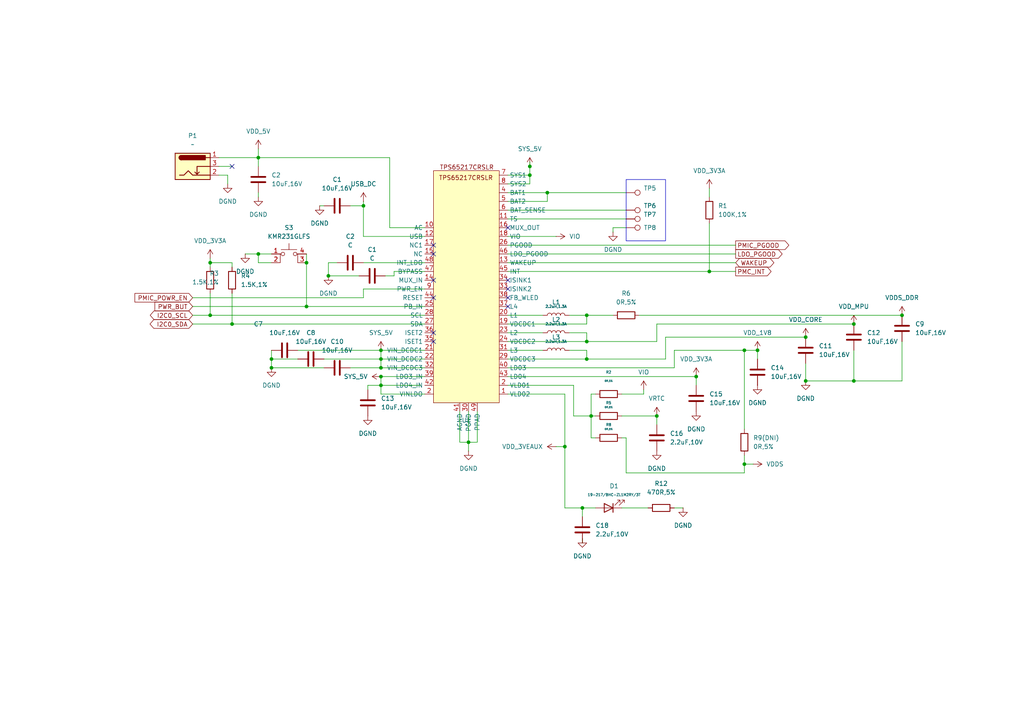
<source format=kicad_sch>
(kicad_sch (version 20231120) (generator "eeschema") (generator_version "8.0")
  (paper "A4")
  (lib_symbols
    (symbol "Connector:Barrel_Jack_Switch" (pin_names hide)
      (property "Reference" "J" (at 0 5.334 0))
      (property "Value" "Barrel_Jack_Switch" (at 0 -5.08 0))
      (symbol "Barrel_Jack_Switch_0_1"
        (rectangle (start -5.08 3.81) (end 5.08 -3.81) (stroke (width 0.254)) (fill (type background)))
        (arc (start -3.302 3.175) (mid -3.9343 2.54) (end -3.302 1.905) (stroke (width 0.254)))
        (arc (start -3.302 3.175) (mid -3.9343 2.54) (end -3.302 1.905) (stroke (width 0.254)) (fill (type outline)))
        (polyline (pts (xy 1.27 -2.286) (xy 1.905 -1.651)) (stroke (width 0.254)))
        (polyline (pts (xy 5.08 2.54) (xy 3.81 2.54)) (stroke (width 0.254)))
        (polyline (pts (xy 5.08 0) (xy 1.27 0) (xy 1.27 -2.286) (xy 0.635 -1.651)) (stroke (width 0.254)))
        (polyline (pts (xy -3.81 -2.54) (xy -2.54 -2.54) (xy -1.27 -1.27) (xy 0 -2.54) (xy 2.54 -2.54) (xy 5.08 -2.54)) (stroke (width 0.254)))
        (rectangle (start 3.683 3.175) (end -3.302 1.905) (stroke (width 0.254)) (fill (type outline)))
      )
      (symbol "Barrel_Jack_Switch_1_1"
        (pin passive line (at 7.62 2.54 180) (length 2.54) (name "~") (number "1"))
        (pin passive line (at 7.62 -2.54 180) (length 2.54) (name "~") (number "2"))
        (pin passive line (at 7.62 0 180) (length 2.54) (name "~") (number "3"))
      )
    )
    (symbol "Connector:TestPoint" (pin_numbers hide) (pin_names (offset 0.762) hide)
      (property "Reference" "TP" (at 0 6.858 0))
      (property "Value" "TestPoint" (at 0 5.08 0))
      (symbol "TestPoint_0_1"
        (circle (center 0 3.302) (radius 0.762))
      )
      (symbol "TestPoint_1_1"
        (pin passive line (at 0 0 90) (length 2.54) (name "1") (number "1"))
      )
    )
    (symbol "Device:C" (pin_numbers hide) (pin_names (offset 0.254))
      (property "Reference" "C" (at 0.635 2.54 0))
      (property "Value" "C" (at 0.635 -2.54 0))
      (symbol "C_0_1"
        (polyline (pts (xy -2.032 -0.762) (xy 2.032 -0.762)) (stroke (width 0.508)))
        (polyline (pts (xy -2.032 0.762) (xy 2.032 0.762)) (stroke (width 0.508)))
      )
      (symbol "C_1_1"
        (pin passive line (at 0 3.81 270) (length 2.794) (name "~") (number "1"))
        (pin passive line (at 0 -3.81 90) (length 2.794) (name "~") (number "2"))
      )
    )
    (symbol "Device:L" (pin_numbers hide) (pin_names (offset 1.016) hide)
      (property "Reference" "L" (at -1.27 0 90))
      (property "Value" "L" (at 1.905 0 90))
      (symbol "L_0_1"
        (arc (start 0 -2.54) (mid 0.6323 -1.905) (end 0 -1.27))
        (arc (start 0 -1.27) (mid 0.6323 -0.635) (end 0 0))
        (arc (start 0 0) (mid 0.6323 0.635) (end 0 1.27))
        (arc (start 0 1.27) (mid 0.6323 1.905) (end 0 2.54))
      )
      (symbol "L_1_1"
        (pin passive line (at 0 3.81 270) (length 1.27) (name "1") (number "1"))
        (pin passive line (at 0 -3.81 90) (length 1.27) (name "2") (number "2"))
      )
    )
    (symbol "Device:LED" (pin_numbers hide) (pin_names (offset 1.016) hide)
      (property "Reference" "D" (at 0 2.54 0))
      (property "Value" "LED" (at 0 -2.54 0))
      (symbol "LED_0_1"
        (polyline (pts (xy -1.27 -1.27) (xy -1.27 1.27)) (stroke (width 0.254)))
        (polyline (pts (xy -1.27 0) (xy 1.27 0)))
        (polyline (pts (xy 1.27 -1.27) (xy 1.27 1.27) (xy -1.27 0) (xy 1.27 -1.27)) (stroke (width 0.254)))
        (polyline (pts (xy -3.048 -0.762) (xy -4.572 -2.286) (xy -3.81 -2.286) (xy -4.572 -2.286) (xy -4.572 -1.524)))
        (polyline (pts (xy -1.778 -0.762) (xy -3.302 -2.286) (xy -2.54 -2.286) (xy -3.302 -2.286) (xy -3.302 -1.524)))
      )
      (symbol "LED_1_1"
        (pin passive line (at -3.81 0 0) (length 2.54) (name "K") (number "1"))
        (pin passive line (at 3.81 0 180) (length 2.54) (name "A") (number "2"))
      )
    )
    (symbol "Device:R" (pin_numbers hide) (pin_names (offset 0))
      (property "Reference" "R" (at 2.032 0 90))
      (property "Value" "R" (at 0 0 90))
      (symbol "R_0_1"
        (rectangle (start -1.016 -2.54) (end 1.016 2.54) (stroke (width 0.254)))
      )
      (symbol "R_1_1"
        (pin passive line (at 0 3.81 270) (length 1.27) (name "~") (number "1"))
        (pin passive line (at 0 -3.81 90) (length 1.27) (name "~") (number "2"))
      )
    )
    (symbol "Switch:SW_MEC_5E" (pin_names (offset 1.016) hide)
      (property "Reference" "SW" (at 0.635 5.715 0))
      (property "Value" "SW_MEC_5E" (at 0 -3.175 0))
      (symbol "SW_MEC_5E_0_1"
        (circle (center -1.778 2.54) (radius 0.508))
        (polyline (pts (xy -2.286 3.81) (xy 2.286 3.81)))
        (polyline (pts (xy 0 3.81) (xy 0 5.588)))
        (polyline (pts (xy -2.54 0) (xy -2.54 2.54) (xy -2.286 2.54)))
        (polyline (pts (xy 2.54 0) (xy 2.54 2.54) (xy 2.286 2.54)))
        (circle (center 1.778 2.54) (radius 0.508))
        (pin passive line (at -5.08 2.54 0) (length 2.54) (name "1") (number "1"))
        (pin passive line (at -5.08 0 0) (length 2.54) (name "2") (number "2"))
        (pin passive line (at 5.08 0 180) (length 2.54) (name "K") (number "3"))
        (pin passive line (at 5.08 2.54 180) (length 2.54) (name "A") (number "4"))
      )
    )
    (symbol "power:GND" (power) (pin_numbers hide) (pin_names (offset 0) hide)
      (property "Value" "DGND" (at 0 -5.08 0))
      (symbol "GND_0_1"
        (polyline (pts (xy 0 0) (xy 0 -1.27) (xy 1.27 -1.27) (xy 0 -2.54) (xy -1.27 -1.27) (xy 0 -1.27)))
      )
      (symbol "GND_1_1"
        (pin power_in line (at 0 0 270) (length 0) (name "~") (number "1"))
      )
    )
    (symbol "power:VCC" (power) (pin_numbers hide) (pin_names (offset 0) hide)
      (property "Value" "VCC" (at 0 3.556 0))
      (symbol "VCC_0_1"
        (polyline (pts (xy -0.762 1.27) (xy 0 2.54)))
        (polyline (pts (xy 0 0) (xy 0 2.54)))
        (polyline (pts (xy 0 2.54) (xy 0.762 1.27)))
      )
      (symbol "VCC_1_1"
        (pin power_in line (at 0 0 90) (length 0) (name "~") (number "1"))
      )
    )
    (symbol "power:VDD" (power) (pin_numbers hide) (pin_names (offset 0) hide)
      (property "Value" "VDD" (at 0 3.556 0))
      (symbol "VDD_0_1"
        (polyline (pts (xy -0.762 1.27) (xy 0 2.54)))
        (polyline (pts (xy 0 0) (xy 0 2.54)))
        (polyline (pts (xy 0 2.54) (xy 0.762 1.27)))
      )
      (symbol "VDD_1_1"
        (pin power_in line (at 0 0 90) (length 0) (name "~") (number "1"))
      )
    )
    (symbol "powermanagementchip:TPS65217CRSLR"
      (property "Reference" "U1" (at 9.525 -5.08 0))
      (property "Value" "~" (at 9.525 -6.35 0))
      (symbol "TPS65217CRSLR_1_1"
        (rectangle (start 0 67.31) (end 19.05 0) (fill (type color) (color 255 255 194 1)))
        (text "TPS65217CRSLR\n" (at 9.398 65.278 0) (effects (font (size 1.27 1.27))))
        (text "TPS65217CRSLR\n" (at 9.652 68.326 0) (effects (font (size 1.27 1.27))))
        (pin input line (at 19.05 2.54 0) (length 2.54) (name "VLD02") (number "1"))
        (pin input line (at 0 50.8 180) (length 2.54) (name "AC") (number "10"))
        (pin input line (at 19.05 53.34 0) (length 2.54) (name "TS") (number "11"))
        (pin input line (at 0 48.26 180) (length 2.54) (name "USB") (number "12"))
        (pin input line (at 19.05 40.64 0) (length 2.54) (name "WAKEUP") (number "13"))
        (pin input line (at 0 35.56 180) (length 2.54) (name "MUX_IN") (number "14"))
        (pin input line (at 0 43.18 180) (length 2.54) (name "NC") (number "15"))
        (pin input line (at 19.05 50.8 0) (length 2.54) (name "MUX_OUT") (number "16"))
        (pin input line (at 0 45.72 180) (length 2.54) (name "NC1") (number "17"))
        (pin input line (at 19.05 48.26 0) (length 2.54) (name "VIO") (number "18"))
        (pin input line (at 19.05 22.86 0) (length 2.54) (name "VDCDC1") (number "19"))
        (pin input line (at 0 2.54 180) (length 2.54) (name "VINLDO") (number "2"))
        (pin input line (at 19.05 5.08 0) (length 2.54) (name "VLD01") (number "2"))
        (pin input line (at 19.05 25.4 0) (length 2.54) (name "L1") (number "20"))
        (pin input line (at 0 15.24 180) (length 2.54) (name "VIN_DCDC1") (number "21"))
        (pin input line (at 0 12.7 180) (length 2.54) (name "VIN_DCDC2") (number "22"))
        (pin input line (at 19.05 20.32 0) (length 2.54) (name "L2") (number "23"))
        (pin input line (at 19.05 17.78 0) (length 2.54) (name "VDCDC2") (number "24"))
        (pin input line (at 0 27.94 180) (length 2.54) (name "PB_IN") (number "25"))
        (pin input line (at 19.05 45.72 0) (length 2.54) (name "PGOOD") (number "26"))
        (pin input line (at 0 22.86 180) (length 2.54) (name "SDA") (number "27"))
        (pin input line (at 0 25.4 180) (length 2.54) (name "SCL") (number "28"))
        (pin input line (at 19.05 12.7 0) (length 2.54) (name "VDCDC3") (number "29"))
        (pin input line (at 10.16 0 270) (length 2.54) (name "PGND") (number "30"))
        (pin input line (at 19.05 15.24 0) (length 2.54) (name "L3") (number "31"))
        (pin input line (at 0 10.16 180) (length 2.54) (name "VIN_DCDC3") (number "32"))
        (pin input line (at 19.05 33.02 0) (length 2.54) (name "ISINK2") (number "33"))
        (pin input line (at 19.05 35.56 0) (length 2.54) (name "ISINK1") (number "34"))
        (pin input line (at 0 17.78 180) (length 2.54) (name "ISET1") (number "35"))
        (pin input line (at 0 20.32 180) (length 2.54) (name "ISET2") (number "36"))
        (pin input line (at 19.05 27.94 0) (length 2.54) (name "L4") (number "37"))
        (pin input line (at 19.05 30.48 0) (length 2.54) (name "FB_WLED") (number "38"))
        (pin input line (at 0 7.62 180) (length 2.54) (name "LDO3_IN") (number "39"))
        (pin input line (at 19.05 60.96 0) (length 2.54) (name "BAT1") (number "4"))
        (pin input line (at 19.05 10.16 0) (length 2.54) (name "LD03") (number "40"))
        (pin input line (at 7.62 0 270) (length 2.54) (name "AGND") (number "41"))
        (pin input line (at 0 5.08 180) (length 2.54) (name "LDO4_IN") (number "42"))
        (pin input line (at 19.05 7.62 0) (length 2.54) (name "LD04") (number "43"))
        (pin input line (at 0 30.48 180) (length 2.54) (name "RESET") (number "44"))
        (pin input line (at 19.05 38.1 0) (length 2.54) (name "INT") (number "45"))
        (pin input line (at 19.05 43.18 0) (length 2.54) (name "LDO_PGOOD") (number "46"))
        (pin input line (at 0 38.1 180) (length 2.54) (name "BYPASS") (number "47"))
        (pin input line (at 0 40.64 180) (length 2.54) (name "INT_LDO") (number "48"))
        (pin input line (at 12.7 0 270) (length 2.54) (name "PPAD") (number "49"))
        (pin input line (at 19.05 58.42 0) (length 2.54) (name "BAT2") (number "5"))
        (pin input line (at 19.05 55.88 0) (length 2.54) (name "BAT_SENSE") (number "6"))
        (pin input line (at 19.05 66.04 0) (length 2.54) (name "SYS1") (number "7"))
        (pin input line (at 19.05 63.5 0) (length 2.54) (name "SYS2") (number "8"))
        (pin input line (at 0 33.02 180) (length 2.54) (name "PWR_EN") (number "9"))
      )
    )
  )
  (junction (at 233.68 110.49))
  (junction (at 233.68 97.79))
  (junction (at 190.5 120.65))
  (junction (at 219.71 101.6))
  (junction (at 247.65 110.49))
  (junction (at 74.93 45.72))
  (junction (at 78.74 106.68))
  (junction (at 170.18 91.44))
  (junction (at 171.45 120.65))
  (junction (at 135.89 128.27))
  (junction (at 95.25 80.01))
  (junction (at 170.18 99.06))
  (junction (at 215.9 134.62))
  (junction (at 201.93 109.22))
  (junction (at 261.62 91.44))
  (junction (at 105.41 59.69))
  (junction (at 110.49 101.6))
  (junction (at 110.49 111.76))
  (junction (at 153.67 48.26))
  (junction (at 60.96 91.44))
  (junction (at 153.67 50.8))
  (junction (at 163.83 129.54))
  (junction (at 78.74 104.14))
  (junction (at 110.49 106.68))
  (junction (at 60.96 76.2))
  (junction (at 158.75 55.88))
  (junction (at 88.9 76.2))
  (junction (at 74.93 73.66))
  (junction (at 170.18 104.14))
  (junction (at 205.74 78.74))
  (junction (at 67.31 93.98))
  (junction (at 247.65 93.98))
  (junction (at 110.49 109.22))
  (junction (at 110.49 104.14))
  (junction (at 88.9 88.9))
  (junction (at 215.9 101.6))
  (junction (at 168.91 147.32))
  (no_connect (at 125.73 71.12))
  (no_connect (at 67.31 48.26))
  (no_connect (at 147.32 86.36))
  (no_connect (at 147.32 88.9))
  (no_connect (at 147.32 81.28))
  (no_connect (at 125.73 96.52))
  (no_connect (at 125.73 73.66))
  (no_connect (at 125.73 99.06))
  (no_connect (at 125.73 86.36))
  (no_connect (at 147.32 66.04))
  (no_connect (at 125.73 81.28))
  (no_connect (at 147.32 83.82))
  (wire (pts (xy 147.32 106.68) (xy 195.58 106.68)))
  (wire (pts (xy 168.91 147.32) (xy 172.72 147.32)))
  (wire (pts (xy 67.31 76.2) (xy 60.96 76.2)))
  (wire (pts (xy 106.68 111.76) (xy 106.68 113.03)))
  (wire (pts (xy 95.25 76.2) (xy 97.79 76.2)))
  (wire (pts (xy 215.9 101.6) (xy 215.9 124.46)))
  (wire (pts (xy 171.45 120.65) (xy 172.72 120.65)))
  (wire (pts (xy 247.65 110.49) (xy 261.62 110.49)))
  (wire (pts (xy 78.74 104.14) (xy 86.36 104.14)))
  (wire (pts (xy 168.91 147.32) (xy 168.91 149.86)))
  (wire (pts (xy 88.9 88.9) (xy 123.19 88.9)))
  (wire (pts (xy 170.18 91.44) (xy 177.8 91.44)))
  (wire (pts (xy 219.71 101.6) (xy 219.71 104.14)))
  (wire (pts (xy 74.93 76.2) (xy 74.93 73.66)))
  (wire (pts (xy 147.32 91.44) (xy 157.48 91.44)))
  (wire (pts (xy 147.32 78.74) (xy 205.74 78.74)))
  (wire (pts (xy 185.42 91.44) (xy 261.62 91.44)))
  (wire (pts (xy 93.98 106.68) (xy 78.74 106.68)))
  (wire (pts (xy 147.32 104.14) (xy 170.18 104.14)))
  (wire (pts (xy 180.34 114.3) (xy 186.69 114.3)))
  (wire (pts (xy 60.96 76.2) (xy 60.96 77.47)))
  (wire (pts (xy 180.34 120.65) (xy 190.5 120.65)))
  (wire (pts (xy 133.35 119.38) (xy 133.35 128.27)))
  (wire (pts (xy 166.37 111.76) (xy 166.37 120.65)))
  (wire (pts (xy 74.93 43.18) (xy 74.93 45.72)))
  (wire (pts (xy 78.74 76.2) (xy 74.93 76.2)))
  (wire (pts (xy 215.9 134.62) (xy 218.44 134.62)))
  (wire (pts (xy 55.88 86.36) (xy 105.41 86.36)))
  (wire (pts (xy 60.96 74.93) (xy 60.96 76.2)))
  (wire (pts (xy 170.18 104.14) (xy 193.04 104.14)))
  (wire (pts (xy 195.58 106.68) (xy 195.58 101.6)))
  (wire (pts (xy 88.9 73.66) (xy 88.9 76.2)))
  (wire (pts (xy 101.6 59.69) (xy 105.41 59.69)))
  (wire (pts (xy 153.67 50.8) (xy 153.67 53.34)))
  (wire (pts (xy 205.74 78.74) (xy 213.36 78.74)))
  (wire (pts (xy 193.04 97.79) (xy 233.68 97.79)))
  (wire (pts (xy 110.49 104.14) (xy 123.19 104.14)))
  (wire (pts (xy 158.75 55.88) (xy 181.61 55.88)))
  (wire (pts (xy 190.5 93.98) (xy 247.65 93.98)))
  (wire (pts (xy 247.65 101.6) (xy 247.65 110.49)))
  (wire (pts (xy 123.19 78.74) (xy 114.3 78.74)))
  (wire (pts (xy 177.8 66.04) (xy 177.8 67.31)))
  (wire (pts (xy 147.32 58.42) (xy 158.75 58.42)))
  (wire (pts (xy 153.67 48.26) (xy 153.67 50.8)))
  (wire (pts (xy 261.62 99.06) (xy 261.62 110.49)))
  (wire (pts (xy 67.31 77.47) (xy 67.31 76.2)))
  (wire (pts (xy 55.88 91.44) (xy 60.96 91.44)))
  (wire (pts (xy 101.6 106.68) (xy 110.49 106.68)))
  (wire (pts (xy 193.04 104.14) (xy 193.04 97.79)))
  (wire (pts (xy 114.3 78.74) (xy 114.3 80.01)))
  (wire (pts (xy 138.43 119.38) (xy 138.43 128.27)))
  (wire (pts (xy 205.74 54.61) (xy 205.74 57.15)))
  (wire (pts (xy 190.5 120.65) (xy 190.5 123.19)))
  (wire (pts (xy 195.58 101.6) (xy 215.9 101.6)))
  (wire (pts (xy 74.93 73.66) (xy 78.74 73.66)))
  (wire (pts (xy 123.19 66.04) (xy 113.03 66.04)))
  (wire (pts (xy 63.5 45.72) (xy 74.93 45.72)))
  (wire (pts (xy 215.9 134.62) (xy 215.9 137.16)))
  (wire (pts (xy 215.9 101.6) (xy 219.71 101.6)))
  (wire (pts (xy 233.68 105.41) (xy 233.68 110.49)))
  (wire (pts (xy 153.67 46.99) (xy 153.67 48.26)))
  (wire (pts (xy 67.31 85.09) (xy 67.31 93.98)))
  (wire (pts (xy 205.74 64.77) (xy 205.74 78.74)))
  (wire (pts (xy 147.32 53.34) (xy 153.67 53.34)))
  (wire (pts (xy 110.49 104.14) (xy 110.49 106.68)))
  (wire (pts (xy 105.41 83.82) (xy 123.19 83.82)))
  (wire (pts (xy 110.49 109.22) (xy 110.49 111.76)))
  (wire (pts (xy 195.58 147.32) (xy 198.12 147.32)))
  (wire (pts (xy 147.32 68.58) (xy 161.29 68.58)))
  (wire (pts (xy 170.18 99.06) (xy 190.5 99.06)))
  (wire (pts (xy 233.68 110.49) (xy 247.65 110.49)))
  (wire (pts (xy 135.89 119.38) (xy 135.89 128.27)))
  (wire (pts (xy 165.1 91.44) (xy 170.18 91.44)))
  (wire (pts (xy 104.14 80.01) (xy 95.25 80.01)))
  (wire (pts (xy 147.32 60.96) (xy 181.61 60.96)))
  (wire (pts (xy 147.32 76.2) (xy 213.36 76.2)))
  (wire (pts (xy 147.32 101.6) (xy 157.48 101.6)))
  (wire (pts (xy 168.91 157.48) (xy 168.91 156.21)))
  (wire (pts (xy 110.49 106.68) (xy 123.19 106.68)))
  (wire (pts (xy 186.69 113.03) (xy 186.69 114.3)))
  (wire (pts (xy 170.18 99.06) (xy 170.18 96.52)))
  (wire (pts (xy 88.9 76.2) (xy 88.9 88.9)))
  (wire (pts (xy 163.83 129.54) (xy 163.83 147.32)))
  (wire (pts (xy 181.61 66.04) (xy 177.8 66.04)))
  (wire (pts (xy 147.32 109.22) (xy 201.93 109.22)))
  (wire (pts (xy 78.74 101.6) (xy 78.74 104.14)))
  (wire (pts (xy 123.19 68.58) (xy 105.41 68.58)))
  (wire (pts (xy 67.31 93.98) (xy 123.19 93.98)))
  (wire (pts (xy 55.88 88.9) (xy 88.9 88.9)))
  (wire (pts (xy 147.32 93.98) (xy 170.18 93.98)))
  (wire (pts (xy 170.18 104.14) (xy 170.18 101.6)))
  (wire (pts (xy 113.03 45.72) (xy 74.93 45.72)))
  (wire (pts (xy 201.93 109.22) (xy 201.93 111.76)))
  (wire (pts (xy 165.1 96.52) (xy 170.18 96.52)))
  (wire (pts (xy 163.83 114.3) (xy 163.83 129.54)))
  (wire (pts (xy 163.83 147.32) (xy 168.91 147.32)))
  (wire (pts (xy 105.41 76.2) (xy 123.19 76.2)))
  (wire (pts (xy 147.32 55.88) (xy 158.75 55.88)))
  (wire (pts (xy 215.9 132.08) (xy 215.9 134.62)))
  (wire (pts (xy 55.88 93.98) (xy 67.31 93.98)))
  (wire (pts (xy 105.41 58.42) (xy 105.41 59.69)))
  (wire (pts (xy 78.74 104.14) (xy 78.74 106.68)))
  (wire (pts (xy 110.49 114.3) (xy 123.19 114.3)))
  (wire (pts (xy 135.89 128.27) (xy 138.43 128.27)))
  (wire (pts (xy 147.32 99.06) (xy 170.18 99.06)))
  (wire (pts (xy 171.45 114.3) (xy 172.72 114.3)))
  (wire (pts (xy 110.49 101.6) (xy 123.19 101.6)))
  (wire (pts (xy 171.45 127) (xy 171.45 120.65)))
  (wire (pts (xy 180.34 147.32) (xy 187.96 147.32)))
  (wire (pts (xy 110.49 101.6) (xy 110.49 104.14)))
  (wire (pts (xy 93.98 104.14) (xy 110.49 104.14)))
  (wire (pts (xy 147.32 71.12) (xy 213.36 71.12)))
  (wire (pts (xy 147.32 111.76) (xy 166.37 111.76)))
  (wire (pts (xy 147.32 96.52) (xy 157.48 96.52)))
  (wire (pts (xy 105.41 86.36) (xy 105.41 83.82)))
  (wire (pts (xy 190.5 99.06) (xy 190.5 93.98)))
  (wire (pts (xy 166.37 120.65) (xy 171.45 120.65)))
  (wire (pts (xy 60.96 85.09) (xy 60.96 91.44)))
  (wire (pts (xy 111.76 80.01) (xy 114.3 80.01)))
  (wire (pts (xy 181.61 127) (xy 181.61 137.16)))
  (wire (pts (xy 110.49 111.76) (xy 106.68 111.76)))
  (wire (pts (xy 66.04 50.8) (xy 66.04 53.34)))
  (wire (pts (xy 105.41 59.69) (xy 105.41 68.58)))
  (wire (pts (xy 113.03 66.04) (xy 113.03 45.72)))
  (wire (pts (xy 110.49 111.76) (xy 121.92 111.76)))
  (wire (pts (xy 110.49 111.76) (xy 110.49 114.3)))
  (wire (pts (xy 74.93 45.72) (xy 74.93 48.26)))
  (wire (pts (xy 95.25 80.01) (xy 95.25 76.2)))
  (wire (pts (xy 74.93 55.88) (xy 74.93 57.15)))
  (wire (pts (xy 63.5 50.8) (xy 66.04 50.8)))
  (wire (pts (xy 181.61 127) (xy 180.34 127)))
  (wire (pts (xy 171.45 120.65) (xy 171.45 114.3)))
  (wire (pts (xy 170.18 93.98) (xy 170.18 91.44)))
  (wire (pts (xy 181.61 137.16) (xy 215.9 137.16)))
  (wire (pts (xy 165.1 101.6) (xy 170.18 101.6)))
  (wire (pts (xy 147.32 50.8) (xy 153.67 50.8)))
  (wire (pts (xy 71.12 73.66) (xy 74.93 73.66)))
  (wire (pts (xy 147.32 114.3) (xy 163.83 114.3)))
  (wire (pts (xy 110.49 109.22) (xy 123.19 109.22)))
  (wire (pts (xy 161.29 129.54) (xy 163.83 129.54)))
  (wire (pts (xy 135.89 128.27) (xy 135.89 130.81)))
  (wire (pts (xy 86.36 101.6) (xy 110.49 101.6)))
  (wire (pts (xy 147.32 73.66) (xy 213.36 73.66)))
  (wire (pts (xy 158.75 58.42) (xy 158.75 55.88)))
  (wire (pts (xy 147.32 63.5) (xy 181.61 63.5)))
  (wire (pts (xy 60.96 91.44) (xy 123.19 91.44)))
  (wire (pts (xy 63.5 48.26) (xy 67.31 48.26)))
  (wire (pts (xy 171.45 127) (xy 172.72 127)))
  (wire (pts (xy 92.71 59.69) (xy 93.98 59.69)))
  (wire (pts (xy 133.35 128.27) (xy 135.89 128.27)))
  (rectangle (start 181.61 52.07) (end 193.04 69.85))
  (global_label "PWR_BUT" (shape input) (at 55.88 88.9 180) (property "Intersheetrefs" "${INTERSHEET_REFS}" (effects (hide yes))))
  (global_label "I2C0_SCL" (shape bidirectional) (at 55.88 91.44 180) (property "Intersheetrefs" "${INTERSHEET_REFS}" (effects (hide yes))))
  (global_label "LDO_PGOOD" (shape output) (at 213.36 73.66 0) (property "Intersheetrefs" "${INTERSHEET_REFS}" (effects (hide yes))))
  (global_label "PMIC_PGOOD " (shape output) (at 213.36 71.12 0) (property "Intersheetrefs" "${INTERSHEET_REFS}" (effects (hide yes))))
  (global_label "PMIC_POWR_EN" (shape input) (at 55.88 86.36 180) (property "Intersheetrefs" "${INTERSHEET_REFS}" (effects (hide yes))))
  (global_label "I2C0_SDA" (shape bidirectional) (at 55.88 93.98 180) (property "Intersheetrefs" "${INTERSHEET_REFS}" (effects (hide yes))))
  (global_label "PMC_INT" (shape output) (at 213.36 78.74 0) (property "Intersheetrefs" "${INTERSHEET_REFS}" (effects (hide yes))))
  (global_label "WAKEUP" (shape bidirectional) (at 213.36 76.2 0) (property "Intersheetrefs" "${INTERSHEET_REFS}" (effects (hide yes))))
  (symbol (lib_id "Device:C") (at 82.55 101.6 90) (unit 1)
    (property "Reference" "C7" (at 74.93 93.98 90))
    (property "Value" "10uF,16V" (at 82.55 96.52 90))
    (property "Description" "Unpolarized capacitor" (effects (hide yes)))
  )
  (symbol (lib_id "power:VDD") (at 110.49 109.22 90) (unit 1)
    (property "Reference" "#PWR018" (effects (hide yes)))
    (property "Value" "SYS_5V" (at 106.68 109.2199 90) (effects (justify left)))
    (property "Description" "Power symbol creates a global label with name \"VDD\"" (effects (hide yes)))
  )
  (symbol (lib_id "power:GND") (at 190.5 130.81 0) (unit 1)
    (property "Reference" "#PWR08" (effects (hide yes)))
    (property "Value" "DGND" (at 190.5 135.89 0))
    (property "Description" "Power symbol creates a global label with name \"GND\" , ground" (effects (hide yes)))
  )
  (symbol (lib_id "power:VCC") (at 161.29 68.58 270) (unit 1)
    (property "Reference" "#PWR04" (effects (hide yes)))
    (property "Value" "VIO" (at 165.1 68.5799 90) (effects (justify left)))
    (property "Description" "Power symbol creates a global label with name \"VCC\"" (effects (hide yes)))
  )
  (symbol (lib_id "power:VCC") (at 190.5 120.65 0) (unit 1)
    (property "Reference" "#PWR07" (effects (hide yes)))
    (property "Value" "VRTC" (at 190.5 115.57 0))
    (property "Description" "Power symbol creates a global label with name \"VCC\"" (effects (hide yes)))
  )
  (symbol (lib_id "Device:C") (at 106.68 116.84 0) (unit 1)
    (property "Reference" "C13" (at 110.49 115.5699 0) (effects (justify left)))
    (property "Value" "10uF,16V" (at 110.49 118.1099 0) (effects (justify left)))
    (property "Description" "Unpolarized capacitor" (effects (hide yes)))
  )
  (symbol (lib_id "power:VDD") (at 205.74 54.61 0) (unit 1)
    (property "Reference" "#PWR05" (effects (hide yes)))
    (property "Value" "VDD_3V3A" (at 205.74 49.53 0))
    (property "Description" "Power symbol creates a global label with name \"VDD\"" (effects (hide yes)))
  )
  (symbol (lib_id "Device:R") (at 176.53 127 90) (unit 1)
    (property "Reference" "R8" (at 176.53 123.19 90) (effects (font (size 0.762 0.762))))
    (property "Value" "0R,5%" (at 176.53 124.46 90) (effects (font (size 0.508 0.508))))
    (property "Description" "Resistor" (effects (hide yes)))
  )
  (symbol (lib_id "power:VCC") (at 201.93 109.22 0) (unit 1)
    (property "Reference" "#PWR09" (effects (hide yes)))
    (property "Value" "VDD_3V3A" (at 201.93 104.14 0))
    (property "Description" "Power symbol creates a global label with name \"VCC\"" (effects (hide yes)))
  )
  (symbol (lib_id "power:GND") (at 177.8 67.31 0) (unit 1)
    (property "Reference" "#PWR03" (effects (hide yes)))
    (property "Value" "DGND" (at 177.8 72.39 0))
    (property "Description" "Power symbol creates a global label with name \"GND\" , ground" (effects (hide yes)))
  )
  (symbol (lib_id "Connector:TestPoint") (at 181.61 55.88 270) (unit 1)
    (property "Reference" "TP5" (at 186.69 54.6099 90) (effects (justify left)))
    (property "Value" "TestPoint" (effects (hide yes)))
    (property "Description" "test point" (effects (hide yes)))
  )
  (symbol (lib_id "Device:R") (at 60.96 81.28 0) (unit 1)
    (property "Reference" "R3" (at 63.5 80.0099 0) (effects (justify right bottom)))
    (property "Value" "1.5K,1%" (at 63.5 82.5499 0) (effects (justify right bottom)))
    (property "Description" "Resistor" (effects (hide yes)))
  )
  (symbol (lib_id "power:GND") (at 74.93 57.15 0) (unit 1)
    (property "Reference" "#PWR028" (effects (hide yes)))
    (property "Value" "DGND" (at 74.93 62.23 0))
    (property "Description" "Power symbol creates a global label with name \"GND\" , ground" (effects (hide yes)))
  )
  (symbol (lib_id "Device:C") (at 74.93 52.07 180) (unit 1)
    (property "Reference" "C2" (at 78.74 50.7999 0) (effects (justify right)))
    (property "Value" "10uF,16V" (at 78.74 53.3399 0) (effects (justify right)))
    (property "Description" "Unpolarized capacitor" (effects (hide yes)))
  )
  (symbol (lib_id "powermanagementchip:TPS65217CRSLR") (at 125.73 116.84 0) (unit 1)
    (property "Reference" "U1" (at 135.255 121.92 0))
    (property "Value" "~" (at 135.255 123.19 0))
  )
  (symbol (lib_id "Device:C") (at 107.95 80.01 90) (unit 1)
    (property "Reference" "C1" (at 107.95 72.39 90))
    (property "Value" "C" (at 107.95 74.93 90))
    (property "Description" "Unpolarized capacitor" (effects (hide yes)))
  )
  (symbol (lib_id "power:VDD") (at 161.29 129.54 90) (unit 1)
    (property "Reference" "#PWR030" (effects (hide yes)))
    (property "Value" "VDD_3VEAUX" (at 157.48 129.5399 90) (effects (justify left)))
    (property "Description" "Power symbol creates a global label with name \"VDD\"" (effects (hide yes)))
  )
  (symbol (lib_id "Device:C") (at 201.93 115.57 0) (unit 1)
    (property "Reference" "C15" (at 205.74 114.2999 0) (effects (justify left)))
    (property "Value" "10uF,16V" (at 205.74 116.8399 0) (effects (justify left)))
    (property "Description" "Unpolarized capacitor" (effects (hide yes)))
  )
  (symbol (lib_id "power:GND") (at 95.25 80.01 0) (unit 1)
    (property "Reference" "#PWR024" (effects (hide yes)))
    (property "Value" "DGND" (at 95.25 85.09 0))
    (property "Description" "Power symbol creates a global label with name \"GND\" , ground" (effects (hide yes)))
  )
  (symbol (lib_id "power:VCC") (at 153.67 48.26 0) (unit 1)
    (property "Reference" "#PWR02" (effects (hide yes)))
    (property "Value" "SYS_5V" (at 153.67 43.18 0))
    (property "Description" "Power symbol creates a global label with name \"VCC\"" (effects (hide yes)))
  )
  (symbol (lib_id "power:VDD") (at 60.96 74.93 0) (unit 1)
    (property "Reference" "#PWR023" (effects (hide yes)))
    (property "Value" "VDD_3V3A" (at 60.96 69.85 0))
    (property "Description" "Power symbol creates a global label with name \"VDD\"" (effects (hide yes)))
  )
  (symbol (lib_id "Device:R") (at 191.77 147.32 270) (unit 1)
    (property "Reference" "R12" (at 191.77 140.97 90) (effects (justify bottom)))
    (property "Value" "470R,5%" (at 191.77 143.51 90) (effects (justify bottom)))
    (property "Description" "Resistor" (effects (hide yes)))
  )
  (symbol (lib_id "Connector:Barrel_Jack_Switch") (at 55.88 48.26 0) (unit 1)
    (property "Reference" "P1" (at 55.88 39.37 0))
    (property "Value" "~" (at 55.88 41.91 0))
    (property "Description" "DC Barrel Jack with an internal switch" (effects (hide yes)))
  )
  (symbol (lib_id "power:GND") (at 106.68 120.65 0) (unit 1)
    (property "Reference" "#PWR019" (effects (hide yes)))
    (property "Value" "DGND" (at 106.68 125.73 0))
    (property "Description" "Power symbol creates a global label with name \"GND\" , ground" (effects (hide yes)))
  )
  (symbol (lib_id "power:VCC") (at 219.71 101.6 0) (unit 1)
    (property "Reference" "#PWR011" (effects (hide yes)))
    (property "Value" "VDD_1V8" (at 219.71 96.52 0))
    (property "Description" "Power symbol creates a global label with name \"VCC\"" (effects (hide yes)))
  )
  (symbol (lib_id "Connector:TestPoint") (at 181.61 63.5 270) (unit 1)
    (property "Reference" "TP7" (at 186.69 62.2299 90) (effects (justify left)))
    (property "Value" "TestPoint" (effects (hide yes)))
    (property "Description" "test point" (effects (hide yes)))
  )
  (symbol (lib_id "Device:L") (at 161.29 101.6 90) (unit 1)
    (property "Reference" "L3" (at 161.29 97.79 90))
    (property "Value" "2.2uH,1.3A" (at 161.29 99.06 90) (effects (font (size 0.762 0.762))))
    (property "Description" "Inductor" (effects (hide yes)))
  )
  (symbol (lib_id "power:GND") (at 66.04 53.34 0) (unit 1)
    (property "Reference" "#PWR029" (effects (hide yes)))
    (property "Value" "DGND" (at 66.04 58.42 0))
    (property "Description" "Power symbol creates a global label with name \"GND\" , ground" (effects (hide yes)))
  )
  (symbol (lib_id "Device:R") (at 181.61 91.44 90) (unit 1)
    (property "Reference" "R6" (at 181.61 85.09 90))
    (property "Value" "0R,5%" (at 181.61 87.63 90))
    (property "Description" "Resistor" (effects (hide yes)))
  )
  (symbol (lib_id "power:GND") (at 135.89 130.81 0) (unit 1)
    (property "Reference" "#PWR01" (effects (hide yes)))
    (property "Value" "DGND" (at 135.89 135.89 0))
    (property "Description" "Power symbol creates a global label with name \"GND\" , ground" (effects (hide yes)))
  )
  (symbol (lib_id "Device:C") (at 247.65 97.79 0) (unit 1)
    (property "Reference" "C12" (at 251.46 96.5199 0) (effects (justify left)))
    (property "Value" "10uF,16V" (at 251.46 99.0599 0) (effects (justify left)))
    (property "Description" "Unpolarized capacitor" (effects (hide yes)))
  )
  (symbol (lib_id "Device:C") (at 233.68 101.6 0) (unit 1)
    (property "Reference" "C11" (at 237.49 100.3299 0) (effects (justify left)))
    (property "Value" "10uF,16V" (at 237.49 102.8699 0) (effects (justify left)))
    (property "Description" "Unpolarized capacitor" (effects (hide yes)))
  )
  (symbol (lib_id "power:GND") (at 92.71 59.69 0) (unit 1)
    (property "Reference" "#PWR022" (effects (hide yes)))
    (property "Value" "DGND" (at 92.71 64.77 0))
    (property "Description" "Power symbol creates a global label with name \"GND\" , ground" (effects (hide yes)))
  )
  (symbol (lib_id "Device:C") (at 261.62 95.25 0) (unit 1)
    (property "Reference" "C9" (at 265.43 93.9799 0) (effects (justify left)))
    (property "Value" "10uF,16V" (at 265.43 96.5199 0) (effects (justify left)))
    (property "Description" "Unpolarized capacitor" (effects (hide yes)))
  )
  (symbol (lib_id "Device:R") (at 205.74 60.96 0) (unit 1)
    (property "Reference" "R1" (at 208.28 59.6899 0) (effects (justify left)))
    (property "Value" "100K,1%" (at 208.28 62.2299 0) (effects (justify left)))
    (property "Description" "Resistor" (effects (hide yes)))
  )
  (symbol (lib_id "Device:C") (at 219.71 107.95 0) (unit 1)
    (property "Reference" "C14" (at 223.52 106.6799 0) (effects (justify left)))
    (property "Value" "10uF,16V" (at 223.52 109.2199 0) (effects (justify left)))
    (property "Description" "Unpolarized capacitor" (effects (hide yes)))
  )
  (symbol (lib_id "Connector:TestPoint") (at 181.61 66.04 270) (unit 1)
    (property "Reference" "TP8" (at 186.69 66.0399 90) (effects (justify left)))
    (property "Value" "TestPoint" (effects (hide yes)))
    (property "Description" "test point" (effects (hide yes)))
  )
  (symbol (lib_id "Switch:SW_MEC_5E") (at 83.82 76.2 0) (unit 1)
    (property "Reference" "S3" (at 83.82 66.04 0))
    (property "Value" "KMR231GLFS" (at 83.82 68.58 0))
    (property "Datasheet" "http://www.apem.com/int/index.php?controller=attachment&id_attachment=1371" (effects (hide yes)))
    (property "Description" "MEC 5E single pole normally-open tactile switch" (effects (hide yes)))
  )
  (symbol (lib_id "Device:C") (at 97.79 59.69 90) (unit 1)
    (property "Reference" "C1" (at 97.79 52.07 90))
    (property "Value" "10uF,16V" (at 97.79 54.61 90))
    (property "Description" "Unpolarized capacitor" (effects (hide yes)))
  )
  (symbol (lib_id "power:GND") (at 198.12 147.32 0) (unit 1)
    (property "Reference" "#PWR032" (effects (hide yes)))
    (property "Value" "DGND" (at 198.12 152.4 0))
    (property "Description" "Power symbol creates a global label with name \"GND\" , ground" (effects (hide yes)))
  )
  (symbol (lib_id "power:VCC") (at 261.62 91.44 0) (unit 1)
    (property "Reference" "#PWR016" (effects (hide yes)))
    (property "Value" "VDDS_DDR" (at 261.62 86.36 0))
    (property "Description" "Power symbol creates a global label with name \"VCC\"" (effects (hide yes)))
  )
  (symbol (lib_id "Device:C") (at 190.5 127 0) (unit 1)
    (property "Reference" "C16" (at 194.31 125.7299 0) (effects (justify left)))
    (property "Value" "2.2uF,10V" (at 194.31 128.2699 0) (effects (justify left)))
    (property "Description" "Unpolarized capacitor" (effects (hide yes)))
  )
  (symbol (lib_id "Connector:TestPoint") (at 181.61 60.96 270) (unit 1)
    (property "Reference" "TP6" (at 186.69 59.6899 90) (effects (justify left)))
    (property "Value" "TestPoint" (effects (hide yes)))
    (property "Description" "test point" (effects (hide yes)))
  )
  (symbol (lib_id "Device:R") (at 176.53 114.3 90) (unit 1)
    (property "Reference" "R2" (at 176.53 107.95 90) (effects (font (size 0.762 0.762))))
    (property "Value" "0R,5%" (at 176.53 110.49 90) (effects (font (size 0.508 0.508))))
    (property "Description" "Resistor" (effects (hide yes)))
  )
  (symbol (lib_id "power:VCC") (at 186.69 113.03 0) (unit 1)
    (property "Reference" "#PWR06" (effects (hide yes)))
    (property "Value" "VIO" (at 186.69 107.95 0))
    (property "Description" "Power symbol creates a global label with name \"VCC\"" (effects (hide yes)))
  )
  (symbol (lib_id "Device:R") (at 176.53 120.65 90) (unit 1)
    (property "Reference" "R5" (at 176.53 116.84 90) (effects (font (size 0.762 0.762))))
    (property "Value" "0R,5%" (at 176.53 118.11 90) (effects (font (size 0.508 0.508))))
    (property "Description" "Resistor" (effects (hide yes)))
  )
  (symbol (lib_id "power:GND") (at 233.68 110.49 0) (unit 1)
    (property "Reference" "#PWR017" (effects (hide yes)))
    (property "Value" "DGND" (at 233.68 115.57 0))
    (property "Description" "Power symbol creates a global label with name \"GND\" , ground" (effects (hide yes)))
  )
  (symbol (lib_id "Device:L") (at 161.29 96.52 90) (unit 1)
    (property "Reference" "L2" (at 161.29 92.71 90))
    (property "Value" "2.2uH,1.3A" (at 161.29 93.98 90) (effects (font (size 0.762 0.762))))
    (property "Description" "Inductor" (effects (hide yes)))
  )
  (symbol (lib_id "power:VCC") (at 233.68 97.79 0) (unit 1)
    (property "Reference" "#PWR014" (effects (hide yes)))
    (property "Value" "VDD_CORE" (at 233.68 92.71 0))
    (property "Description" "Power symbol creates a global label with name \"VCC\"" (effects (hide yes)))
  )
  (symbol (lib_id "power:VDD") (at 110.49 101.6 0) (unit 1)
    (property "Reference" "#PWR020" (effects (hide yes)))
    (property "Value" "SYS_5V" (at 110.49 96.52 0))
    (property "Description" "Power symbol creates a global label with name \"VDD\"" (effects (hide yes)))
  )
  (symbol (lib_id "Device:C") (at 97.79 106.68 270) (unit 1)
    (property "Reference" "C10" (at 97.79 99.06 90))
    (property "Value" "10uF,16V" (at 97.79 101.6 90))
    (property "Description" "Unpolarized capacitor" (effects (hide yes)))
  )
  (symbol (lib_id "Device:LED") (at 176.53 147.32 180) (unit 1)
    (property "Reference" "D1" (at 178.1175 140.97 0))
    (property "Value" "19-217/BHC-ZL1M2RY/3T" (at 178.1175 143.51 0) (effects (font (size 0.7366 0.7366))))
    (property "Description" "Light emitting diode" (effects (hide yes)))
  )
  (symbol (lib_id "Device:R") (at 215.9 128.27 0) (unit 1)
    (property "Reference" "R9(DNI)" (at 218.44 126.9999 0) (effects (justify left)))
    (property "Value" "0R,5%" (at 218.44 129.5399 0) (effects (justify left)))
    (property "Description" "Resistor" (effects (hide yes)))
  )
  (symbol (lib_id "power:GND") (at 219.71 111.76 0) (unit 1)
    (property "Reference" "#PWR012" (effects (hide yes)))
    (property "Value" "DGND" (at 219.71 116.84 0))
    (property "Description" "Power symbol creates a global label with name \"GND\" , ground" (effects (hide yes)))
  )
  (symbol (lib_id "Device:C") (at 101.6 76.2 90) (unit 1)
    (property "Reference" "C2" (at 101.6 68.58 90))
    (property "Value" "C" (at 101.6 71.12 90))
    (property "Description" "Unpolarized capacitor" (effects (hide yes)))
  )
  (symbol (lib_id "Device:C") (at 168.91 153.67 0) (unit 1)
    (property "Reference" "C18" (at 172.72 152.3999 0) (effects (justify left)))
    (property "Value" "2.2uF,10V" (at 172.72 154.9399 0) (effects (justify left)))
    (property "Description" "Unpolarized capacitor" (effects (hide yes)))
  )
  (symbol (lib_id "power:GND") (at 168.91 156.21 0) (unit 1)
    (property "Reference" "#PWR031" (effects (hide yes)))
    (property "Value" "DGND" (at 168.91 161.29 0))
    (property "Description" "Power symbol creates a global label with name \"GND\" , ground" (effects (hide yes)))
  )
  (symbol (lib_id "power:GND") (at 78.74 106.68 0) (unit 1)
    (property "Reference" "#PWR021" (effects (hide yes)))
    (property "Value" "DGND" (at 78.74 111.76 0))
    (property "Description" "Power symbol creates a global label with name \"GND\" , ground" (effects (hide yes)))
  )
  (symbol (lib_id "Device:C") (at 90.17 104.14 90) (unit 1)
    (property "Reference" "C8" (at 90.17 96.52 90))
    (property "Value" "10uF,16V" (at 90.17 99.06 90))
    (property "Description" "Unpolarized capacitor" (effects (hide yes)))
  )
  (symbol (lib_id "power:GND") (at 71.12 73.66 0) (unit 1)
    (property "Reference" "#PWR033" (effects (hide yes)))
    (property "Value" "DGND" (at 71.12 78.74 0))
    (property "Description" "Power symbol creates a global label with name \"GND\" , ground" (effects (hide yes)))
  )
  (symbol (lib_id "Device:R") (at 67.31 81.28 0) (unit 1)
    (property "Reference" "R4" (at 69.85 80.0099 0) (effects (justify left)))
    (property "Value" "1.5K,1%" (at 69.85 82.5499 0) (effects (justify left)))
    (property "Description" "Resistor" (effects (hide yes)))
  )
  (symbol (lib_id "power:VDD") (at 105.41 58.42 0) (unit 1)
    (property "Reference" "#PWR025" (effects (hide yes)))
    (property "Value" "USB_DC" (at 105.41 53.34 0))
    (property "Description" "Power symbol creates a global label with name \"VDD\"" (effects (hide yes)))
  )
  (symbol (lib_id "power:VCC") (at 218.44 134.62 270) (unit 1)
    (property "Reference" "#PWR013" (effects (hide yes)))
    (property "Value" "VDDS" (at 222.25 134.6199 90) (effects (justify left)))
    (property "Description" "Power symbol creates a global label with name \"VCC\"" (effects (hide yes)))
  )
  (symbol (lib_id "power:VCC") (at 247.65 93.98 0) (unit 1)
    (property "Reference" "#PWR015" (effects (hide yes)))
    (property "Value" "VDD_MPU" (at 247.65 88.9 0))
    (property "Description" "Power symbol creates a global label with name \"VCC\"" (effects (hide yes)))
  )
  (symbol (lib_id "power:VDD") (at 74.93 43.18 0) (unit 1)
    (property "Reference" "#PWR027" (effects (hide yes)))
    (property "Value" "VDD_5V" (at 74.93 38.1 0))
    (property "Description" "Power symbol creates a global label with name \"VDD\"" (effects (hide yes)))
  )
  (symbol (lib_id "power:GND") (at 201.93 119.38 0) (unit 1)
    (property "Reference" "#PWR010" (effects (hide yes)))
    (property "Value" "DGND" (at 201.93 124.46 0))
    (property "Description" "Power symbol creates a global label with name \"GND\" , ground" (effects (hide yes)))
  )
  (symbol (lib_id "Device:L") (at 161.29 91.44 90) (unit 1)
    (property "Reference" "L1" (at 161.29 87.63 90))
    (property "Value" "2.2uH,1.3A" (at 161.29 88.9 90) (effects (font (size 0.762 0.762))))
    (property "Description" "Inductor" (effects (hide yes)))
  )
)
</source>
